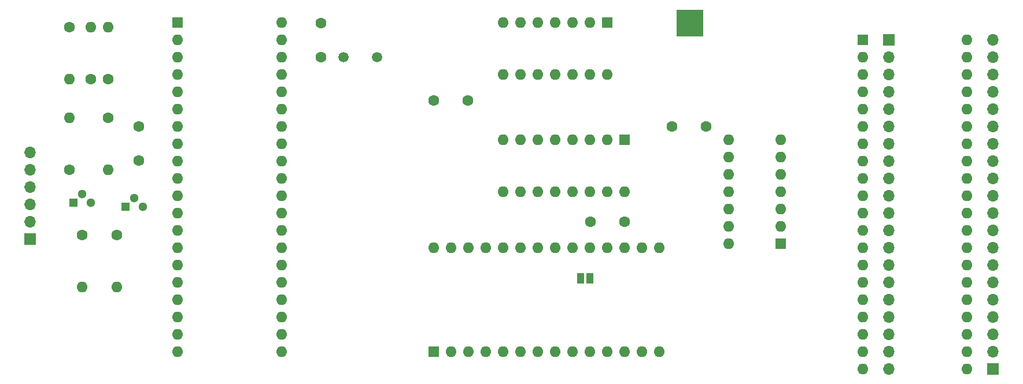
<source format=gbs>
%TF.GenerationSoftware,KiCad,Pcbnew,8.0.5+1*%
%TF.CreationDate,2024-10-09T15:07:38+02:00*%
%TF.ProjectId,QL_PC0084A_keyboard_adapter,514c5f50-4330-4303-9834-415f6b657962,0*%
%TF.SameCoordinates,Original*%
%TF.FileFunction,Soldermask,Bot*%
%TF.FilePolarity,Negative*%
%FSLAX46Y46*%
G04 Gerber Fmt 4.6, Leading zero omitted, Abs format (unit mm)*
G04 Created by KiCad (PCBNEW 8.0.5+1) date 2024-10-09 15:07:38*
%MOMM*%
%LPD*%
G01*
G04 APERTURE LIST*
%ADD10C,0.100000*%
%ADD11R,1.600000X1.600000*%
%ADD12O,1.600000X1.600000*%
%ADD13R,1.300000X1.300000*%
%ADD14C,1.300000*%
%ADD15C,1.600000*%
%ADD16C,1.500000*%
%ADD17R,1.700000X1.700000*%
%ADD18O,1.700000X1.700000*%
%ADD19R,1.000000X1.500000*%
G04 APERTURE END LIST*
D10*
X188595000Y-76835000D02*
X192405000Y-76835000D01*
X192405000Y-80645000D01*
X188595000Y-80645000D01*
X188595000Y-76835000D01*
G36*
X188595000Y-76835000D02*
G01*
X192405000Y-76835000D01*
X192405000Y-80645000D01*
X188595000Y-80645000D01*
X188595000Y-76835000D01*
G37*
D11*
%TO.C,U2*%
X115570000Y-78740000D03*
D12*
X115570000Y-81280000D03*
X115570000Y-83820000D03*
X115570000Y-86360000D03*
X115570000Y-88900000D03*
X115570000Y-91440000D03*
X115570000Y-93980000D03*
X115570000Y-96520000D03*
X115570000Y-99060000D03*
X115570000Y-101600000D03*
X115570000Y-104140000D03*
X115570000Y-106680000D03*
X115570000Y-109220000D03*
X115570000Y-111760000D03*
X115570000Y-114300000D03*
X115570000Y-116840000D03*
X115570000Y-119380000D03*
X115570000Y-121920000D03*
X115570000Y-124460000D03*
X115570000Y-127000000D03*
X130810000Y-127000000D03*
X130810000Y-124460000D03*
X130810000Y-121920000D03*
X130810000Y-119380000D03*
X130810000Y-116840000D03*
X130810000Y-114300000D03*
X130810000Y-111760000D03*
X130810000Y-109220000D03*
X130810000Y-106680000D03*
X130810000Y-104140000D03*
X130810000Y-101600000D03*
X130810000Y-99060000D03*
X130810000Y-96520000D03*
X130810000Y-93980000D03*
X130810000Y-91440000D03*
X130810000Y-88900000D03*
X130810000Y-86360000D03*
X130810000Y-83820000D03*
X130810000Y-81280000D03*
X130810000Y-78740000D03*
%TD*%
D11*
%TO.C,U8*%
X178440000Y-78750000D03*
D12*
X175900000Y-78750000D03*
X173360000Y-78750000D03*
X170820000Y-78750000D03*
X168280000Y-78750000D03*
X165740000Y-78750000D03*
X163200000Y-78750000D03*
X163200000Y-86370000D03*
X165740000Y-86370000D03*
X168280000Y-86370000D03*
X170820000Y-86370000D03*
X173360000Y-86370000D03*
X175900000Y-86370000D03*
X178440000Y-86370000D03*
%TD*%
D11*
%TO.C,U1*%
X215900000Y-81280000D03*
D12*
X215900000Y-83820000D03*
X215900000Y-86360000D03*
X215900000Y-88900000D03*
X215900000Y-91440000D03*
X215900000Y-93980000D03*
X215900000Y-96520000D03*
X215900000Y-99060000D03*
X215900000Y-101600000D03*
X215900000Y-104140000D03*
X215900000Y-106680000D03*
X215900000Y-109220000D03*
X215900000Y-111760000D03*
X215900000Y-114300000D03*
X215900000Y-116840000D03*
X215900000Y-119380000D03*
X215900000Y-121920000D03*
X215900000Y-124460000D03*
X215900000Y-127000000D03*
X215900000Y-129540000D03*
X231140000Y-129540000D03*
X231140000Y-127000000D03*
X231140000Y-124460000D03*
X231140000Y-121920000D03*
X231140000Y-119380000D03*
X231140000Y-116840000D03*
X231140000Y-114300000D03*
X231140000Y-111760000D03*
X231140000Y-109220000D03*
X231140000Y-106680000D03*
X231140000Y-104140000D03*
X231140000Y-101600000D03*
X231140000Y-99060000D03*
X231140000Y-96520000D03*
X231140000Y-93980000D03*
X231140000Y-91440000D03*
X231140000Y-88900000D03*
X231140000Y-86360000D03*
X231140000Y-83820000D03*
X231140000Y-81280000D03*
%TD*%
D13*
%TO.C,Q2*%
X107950000Y-105770000D03*
D14*
X109220000Y-104500000D03*
X110490000Y-105770000D03*
%TD*%
D15*
%TO.C,R5*%
X105410000Y-86995000D03*
D12*
X105410000Y-79375000D03*
%TD*%
D15*
%TO.C,C2*%
X136525000Y-83780000D03*
X136525000Y-78780000D03*
%TD*%
D13*
%TO.C,Q1*%
X100330000Y-105135000D03*
D14*
X101600000Y-103865000D03*
X102870000Y-105135000D03*
%TD*%
D11*
%TO.C,U6*%
X180975000Y-95885000D03*
D12*
X178435000Y-95885000D03*
X175895000Y-95885000D03*
X173355000Y-95885000D03*
X170815000Y-95885000D03*
X168275000Y-95885000D03*
X165735000Y-95885000D03*
X163195000Y-95885000D03*
X163195000Y-103505000D03*
X165735000Y-103505000D03*
X168275000Y-103505000D03*
X170815000Y-103505000D03*
X173355000Y-103505000D03*
X175895000Y-103505000D03*
X178435000Y-103505000D03*
X180975000Y-103505000D03*
%TD*%
D15*
%TO.C,C5*%
X109855000Y-98980000D03*
X109855000Y-93980000D03*
%TD*%
%TO.C,C4*%
X153075000Y-90170000D03*
X158075000Y-90170000D03*
%TD*%
%TO.C,C1*%
X187960000Y-93980000D03*
X192960000Y-93980000D03*
%TD*%
%TO.C,R7*%
X105410000Y-92710000D03*
D12*
X105410000Y-100330000D03*
%TD*%
D15*
%TO.C,C3*%
X180975000Y-107950000D03*
X175975000Y-107950000D03*
%TD*%
D16*
%TO.C,Y1*%
X139880000Y-83790000D03*
X144780000Y-83790000D03*
%TD*%
D15*
%TO.C,R4*%
X102870000Y-86995000D03*
D12*
X102870000Y-79375000D03*
%TD*%
D15*
%TO.C,R1*%
X106680000Y-109855000D03*
D12*
X106680000Y-117475000D03*
%TD*%
D15*
%TO.C,R2*%
X101600000Y-109855000D03*
D12*
X101600000Y-117475000D03*
%TD*%
D15*
%TO.C,R6*%
X99695000Y-100330000D03*
D12*
X99695000Y-92710000D03*
%TD*%
D11*
%TO.C,U7*%
X203825000Y-111125000D03*
D12*
X203825000Y-108585000D03*
X203825000Y-106045000D03*
X203825000Y-103505000D03*
X203825000Y-100965000D03*
X203825000Y-98425000D03*
X203825000Y-95885000D03*
X196205000Y-95885000D03*
X196205000Y-98425000D03*
X196205000Y-100965000D03*
X196205000Y-103505000D03*
X196205000Y-106045000D03*
X196205000Y-108585000D03*
X196205000Y-111125000D03*
%TD*%
D15*
%TO.C,R3*%
X99695000Y-79375000D03*
D12*
X99695000Y-86995000D03*
%TD*%
D11*
%TO.C,U3*%
X153035000Y-127000000D03*
D12*
X155575000Y-127000000D03*
X158115000Y-127000000D03*
X160655000Y-127000000D03*
X163195000Y-127000000D03*
X165735000Y-127000000D03*
X168275000Y-127000000D03*
X170815000Y-127000000D03*
X173355000Y-127000000D03*
X175895000Y-127000000D03*
X178435000Y-127000000D03*
X180975000Y-127000000D03*
X183515000Y-127000000D03*
X186055000Y-127000000D03*
X186055000Y-111760000D03*
X183515000Y-111760000D03*
X180975000Y-111760000D03*
X178435000Y-111760000D03*
X175895000Y-111760000D03*
X173355000Y-111760000D03*
X170815000Y-111760000D03*
X168275000Y-111760000D03*
X165735000Y-111760000D03*
X163195000Y-111760000D03*
X160655000Y-111760000D03*
X158115000Y-111760000D03*
X155575000Y-111760000D03*
X153035000Y-111760000D03*
%TD*%
D17*
%TO.C,J3*%
X93980000Y-110490000D03*
D18*
X93980000Y-107950000D03*
X93980000Y-105410000D03*
X93980000Y-102870000D03*
X93980000Y-100330000D03*
X93980000Y-97790000D03*
%TD*%
D17*
%TO.C,J2*%
X234950000Y-129540000D03*
D18*
X234950000Y-127000000D03*
X234950000Y-124460000D03*
X234950000Y-121920000D03*
X234950000Y-119380000D03*
X234950000Y-116840000D03*
X234950000Y-114300000D03*
X234950000Y-111760000D03*
X234950000Y-109220000D03*
X234950000Y-106680000D03*
X234950000Y-104140000D03*
X234950000Y-101600000D03*
X234950000Y-99060000D03*
X234950000Y-96520000D03*
X234950000Y-93980000D03*
X234950000Y-91440000D03*
X234950000Y-88900000D03*
X234950000Y-86360000D03*
X234950000Y-83820000D03*
X234950000Y-81280000D03*
%TD*%
D19*
%TO.C,JP2*%
X174610000Y-116205000D03*
X175910000Y-116205000D03*
%TD*%
D17*
%TO.C,J1*%
X219710000Y-81280000D03*
D18*
X219710000Y-83820000D03*
X219710000Y-86360000D03*
X219710000Y-88900000D03*
X219710000Y-91440000D03*
X219710000Y-93980000D03*
X219710000Y-96520000D03*
X219710000Y-99060000D03*
X219710000Y-101600000D03*
X219710000Y-104140000D03*
X219710000Y-106680000D03*
X219710000Y-109220000D03*
X219710000Y-111760000D03*
X219710000Y-114300000D03*
X219710000Y-116840000D03*
X219710000Y-119380000D03*
X219710000Y-121920000D03*
X219710000Y-124460000D03*
X219710000Y-127000000D03*
X219710000Y-129540000D03*
%TD*%
M02*

</source>
